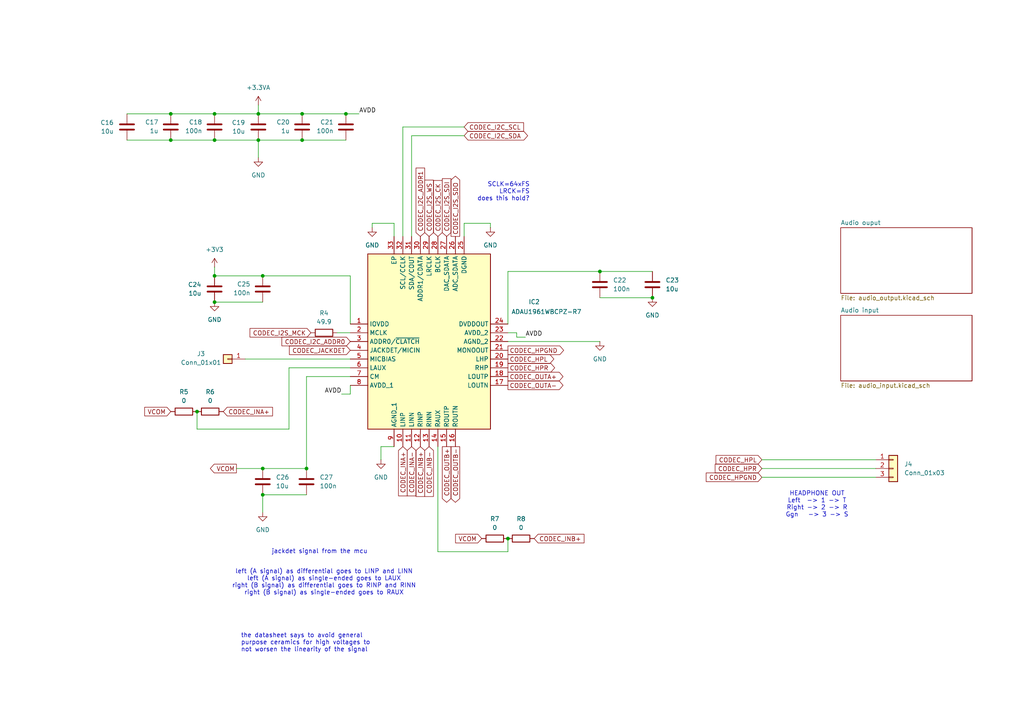
<source format=kicad_sch>
(kicad_sch (version 20250114) (generator "eeschema") (generator_version "9.0")
  (paper "A4")
  (lib_symbols
    (symbol "Connector_Generic:Conn_01x01" (pin_names (offset 1.016) (hide yes))
      (property "Reference" "J" (at 0 2.54 0))
      (property "Value" "Conn_01x01" (at 0 -2.54 0))
      (symbol "Conn_01x01_1_1"
        (rectangle (start -1.27 1.27) (end 1.27 -1.27) (stroke (width 0.254)) (fill (type background)))
        (rectangle (start -1.27 0.127) (end 0 -0.127) (stroke (width 0.1524)))
        (pin passive line (at -5.08 0 0) (length 3.81) (name "Pin_1") (number "1"))
      )
    )
    (symbol "Connector_Generic:Conn_01x03" (pin_names (offset 1.016) (hide yes))
      (property "Reference" "J" (at 0 5.08 0))
      (property "Value" "Conn_01x03" (at 0 -5.08 0))
      (symbol "Conn_01x03_1_1"
        (rectangle (start -1.27 3.81) (end 1.27 -3.81) (stroke (width 0.254)) (fill (type background)))
        (rectangle (start -1.27 2.667) (end 0 2.413) (stroke (width 0.1524)))
        (rectangle (start -1.27 0.127) (end 0 -0.127) (stroke (width 0.1524)))
        (rectangle (start -1.27 -2.413) (end 0 -2.667) (stroke (width 0.1524)))
        (pin passive line (at -5.08 2.54 0) (length 3.81) (name "Pin_1") (number "1"))
        (pin passive line (at -5.08 0 0) (length 3.81) (name "Pin_2") (number "2"))
        (pin passive line (at -5.08 -2.54 0) (length 3.81) (name "Pin_3") (number "3"))
      )
    )
    (symbol "Device:C" (pin_numbers (hide yes)) (pin_names (offset 0.254))
      (property "Reference" "C" (at 0.635 2.54 0))
      (property "Value" "C" (at 0.635 -2.54 0))
      (symbol "C_0_1"
        (polyline (pts (xy -2.032 0.762) (xy 2.032 0.762)) (stroke (width 0.508)))
        (polyline (pts (xy -2.032 -0.762) (xy 2.032 -0.762)) (stroke (width 0.508)))
      )
      (symbol "C_1_1"
        (pin passive line (at 0 3.81 270) (length 2.794) (name "~") (number "1"))
        (pin passive line (at 0 -3.81 90) (length 2.794) (name "~") (number "2"))
      )
    )
    (symbol "Device:R" (pin_numbers (hide yes)) (pin_names (offset 0))
      (property "Reference" "R" (at 2.032 0 90))
      (property "Value" "R" (at 0 0 90))
      (symbol "R_0_1"
        (rectangle (start -1.016 -2.54) (end 1.016 2.54) (stroke (width 0.254)))
      )
      (symbol "R_1_1"
        (pin passive line (at 0 3.81 270) (length 1.27) (name "~") (number "1"))
        (pin passive line (at 0 -3.81 90) (length 1.27) (name "~") (number "2"))
      )
    )
    (symbol "GND_1" (power) (pin_numbers (hide yes)) (pin_names (offset 0) (hide yes))
      (property "Value" "GND" (at 0 -3.81 0))
      (symbol "GND_1_0_1"
        (polyline (pts (xy 0 0) (xy 0 -1.27) (xy 1.27 -1.27) (xy 0 -2.54) (xy -1.27 -1.27) (xy 0 -1.27)))
      )
      (symbol "GND_1_1_1"
        (pin power_in line (at 0 0 270) (length 0) (name "~") (number "1"))
      )
    )
    (symbol "library:ADAU1961WBCPZ-R7"
      (property "Reference" "IC" (at 41.91 25.4 0))
      (property "Value" "ADAU1961WBCPZ-R7" (at 41.91 22.86 0))
      (symbol "ADAU1961WBCPZ-R7_1_1"
        (rectangle (start 5.08 20.32) (end 40.64 -30.48) (stroke (width 0.254)) (fill (type background)))
        (pin passive line (at 0 0 0) (length 5.08) (name "IOVDD") (number "1"))
        (pin passive line (at 0 -2.54 0) (length 5.08) (name "MCLK") (number "2"))
        (pin passive line (at 0 -5.08 0) (length 5.08) (name "ADDR0/~{CLATCH}") (number "3"))
        (pin passive line (at 0 -7.62 0) (length 5.08) (name "JACKDET/MICIN") (number "4"))
        (pin passive line (at 0 -10.16 0) (length 5.08) (name "MICBIAS") (number "5"))
        (pin passive line (at 0 -12.7 0) (length 5.08) (name "LAUX") (number "6"))
        (pin passive line (at 0 -15.24 0) (length 5.08) (name "CM") (number "7"))
        (pin passive line (at 0 -17.78 0) (length 5.08) (name "AVDD_1") (number "8"))
        (pin passive line (at 12.7 25.4 270) (length 5.08) (name "EP") (number "33"))
        (pin passive line (at 12.7 -35.56 90) (length 5.08) (name "AGND_1") (number "9"))
        (pin passive line (at 15.24 25.4 270) (length 5.08) (name "SCL/CCLK") (number "32"))
        (pin passive line (at 15.24 -35.56 90) (length 5.08) (name "LINP") (number "10"))
        (pin passive line (at 17.78 25.4 270) (length 5.08) (name "SDA/COUT") (number "31"))
        (pin passive line (at 17.78 -35.56 90) (length 5.08) (name "LINN") (number "11"))
        (pin passive line (at 20.32 25.4 270) (length 5.08) (name "ADDR1/CDATA") (number "30"))
        (pin passive line (at 20.32 -35.56 90) (length 5.08) (name "RINP") (number "12"))
        (pin passive line (at 22.86 25.4 270) (length 5.08) (name "LRCLK") (number "29"))
        (pin passive line (at 22.86 -35.56 90) (length 5.08) (name "RINN") (number "13"))
        (pin passive line (at 25.4 25.4 270) (length 5.08) (name "BCLK") (number "28"))
        (pin passive line (at 25.4 -35.56 90) (length 5.08) (name "RAUX") (number "14"))
        (pin passive line (at 27.94 25.4 270) (length 5.08) (name "DAC_SDATA") (number "27"))
        (pin passive line (at 27.94 -35.56 90) (length 5.08) (name "ROUTP") (number "15"))
        (pin passive line (at 30.48 25.4 270) (length 5.08) (name "ADC_SDATA") (number "26"))
        (pin passive line (at 30.48 -35.56 90) (length 5.08) (name "ROUTN") (number "16"))
        (pin passive line (at 33.02 25.4 270) (length 5.08) (name "DGND") (number "25"))
        (pin passive line (at 45.72 0 180) (length 5.08) (name "DVDDOUT") (number "24"))
        (pin passive line (at 45.72 -2.54 180) (length 5.08) (name "AVDD_2") (number "23"))
        (pin passive line (at 45.72 -5.08 180) (length 5.08) (name "AGND_2") (number "22"))
        (pin passive line (at 45.72 -7.62 180) (length 5.08) (name "MONOOUT") (number "21"))
        (pin passive line (at 45.72 -10.16 180) (length 5.08) (name "LHP") (number "20"))
        (pin passive line (at 45.72 -12.7 180) (length 5.08) (name "RHP") (number "19"))
        (pin passive line (at 45.72 -15.24 180) (length 5.08) (name "LOUTP") (number "18"))
        (pin passive line (at 45.72 -17.78 180) (length 5.08) (name "LOUTN") (number "17"))
      )
    )
    (symbol "power:+3.3VA" (power) (pin_numbers (hide yes)) (pin_names (offset 0) (hide yes))
      (property "Value" "+3.3VA" (at 0 3.556 0))
      (symbol "+3.3VA_0_1"
        (polyline (pts (xy -0.762 1.27) (xy 0 2.54)))
        (polyline (pts (xy 0 2.54) (xy 0.762 1.27)))
        (polyline (pts (xy 0 0) (xy 0 2.54)))
      )
      (symbol "+3.3VA_1_1"
        (pin power_in line (at 0 0 90) (length 0) (name "~") (number "1"))
      )
    )
    (symbol "power:+3V3" (power) (pin_numbers (hide yes)) (pin_names (offset 0) (hide yes))
      (property "Value" "+3V3" (at 0 3.556 0))
      (symbol "+3V3_0_1"
        (polyline (pts (xy -0.762 1.27) (xy 0 2.54)))
        (polyline (pts (xy 0 2.54) (xy 0.762 1.27)))
        (polyline (pts (xy 0 0) (xy 0 2.54)))
      )
      (symbol "+3V3_1_1"
        (pin power_in line (at 0 0 90) (length 0) (name "~") (number "1"))
      )
    )
  )
  (text "jackdet signal from the mcu\n" (at 92.71 160.02 0) (effects (font (size 1.27 1.27))))
  (text "SCLK=64xFS\nLRCK=FS\ndoes this hold?" (at 153.67 58.42 0) (effects (font (size 1.27 1.27)) (justify right bottom)))
  (text "HEADPHONE OUT\nLeft  -> 1 -> T\nRight -> 2 -> R\nGgn   -> 3 -> S" (at 236.982 146.304 0) (effects (font (size 1.27 1.27))))
  (text "left (A signal) as differential goes to LINP and LINN\nleft (A signal) as single-ended goes to LAUX\nright (B signal) as differential goes to RINP and RINN\nright (B signal) as single-ended goes to RAUX" (at 93.98 168.91 0) (effects (font (size 1.27 1.27))))
  (text "the datasheet says to avoid general\npurpose ceramics for high voltages to\nnot worsen the linearity of the signal" (at 69.85 189.23 0) (effects (font (size 1.27 1.27)) (justify left bottom)))
  (junction (at 87.63 40.64))
  (junction (at 88.9 135.89))
  (junction (at 147.32 156.21))
  (junction (at 74.93 33.02))
  (junction (at 57.15 119.38))
  (junction (at 62.23 33.02))
  (junction (at 100.33 33.02))
  (junction (at 76.2 143.51))
  (junction (at 62.23 40.64))
  (junction (at 62.23 80.01))
  (junction (at 74.93 40.64))
  (junction (at 76.2 135.89))
  (junction (at 189.23 86.36))
  (junction (at 87.63 33.02))
  (junction (at 49.53 40.64))
  (junction (at 76.2 80.01))
  (junction (at 49.53 33.02))
  (junction (at 62.23 87.63))
  (junction (at 173.99 78.74))
  (wire (pts (xy 173.99 78.74) (xy 189.23 78.74)))
  (wire (pts (xy 119.38 39.37) (xy 119.38 68.58)))
  (wire (pts (xy 76.2 143.51) (xy 88.9 143.51)))
  (wire (pts (xy 76.2 80.01) (xy 101.6 80.01)))
  (wire (pts (xy 57.15 124.46) (xy 83.82 124.46)))
  (wire (pts (xy 114.3 64.77) (xy 107.95 64.77)))
  (wire (pts (xy 62.23 77.47) (xy 62.23 80.01)))
  (wire (pts (xy 74.93 40.64) (xy 87.63 40.64)))
  (wire (pts (xy 99.06 114.3) (xy 101.6 114.3)))
  (wire (pts (xy 134.62 64.77) (xy 142.24 64.77)))
  (wire (pts (xy 62.23 80.01) (xy 76.2 80.01)))
  (wire (pts (xy 97.79 96.52) (xy 101.6 96.52)))
  (wire (pts (xy 76.2 135.89) (xy 88.9 135.89)))
  (wire (pts (xy 101.6 114.3) (xy 101.6 111.76)))
  (wire (pts (xy 100.33 33.02) (xy 104.14 33.02)))
  (wire (pts (xy 142.24 64.77) (xy 142.24 66.04)))
  (wire (pts (xy 88.9 109.22) (xy 101.6 109.22)))
  (wire (pts (xy 74.93 33.02) (xy 87.63 33.02)))
  (wire (pts (xy 220.98 135.89) (xy 254 135.89)))
  (wire (pts (xy 114.3 129.54) (xy 110.49 129.54)))
  (wire (pts (xy 49.53 33.02) (xy 62.23 33.02)))
  (wire (pts (xy 220.98 138.43) (xy 254 138.43)))
  (wire (pts (xy 71.12 104.14) (xy 101.6 104.14)))
  (wire (pts (xy 147.32 99.06) (xy 173.99 99.06)))
  (wire (pts (xy 134.62 36.83) (xy 116.84 36.83)))
  (wire (pts (xy 134.62 68.58) (xy 134.62 64.77)))
  (wire (pts (xy 87.63 33.02) (xy 100.33 33.02)))
  (wire (pts (xy 49.53 40.64) (xy 62.23 40.64)))
  (wire (pts (xy 147.32 156.21) (xy 147.32 160.02)))
  (wire (pts (xy 152.4 97.79) (xy 149.86 97.79)))
  (wire (pts (xy 119.38 39.37) (xy 134.62 39.37)))
  (wire (pts (xy 149.86 96.52) (xy 147.32 96.52)))
  (wire (pts (xy 173.99 86.36) (xy 189.23 86.36)))
  (wire (pts (xy 83.82 106.68) (xy 101.6 106.68)))
  (wire (pts (xy 149.86 97.79) (xy 149.86 96.52)))
  (wire (pts (xy 110.49 129.54) (xy 110.49 133.35)))
  (wire (pts (xy 74.93 30.48) (xy 74.93 33.02)))
  (wire (pts (xy 62.23 33.02) (xy 74.93 33.02)))
  (wire (pts (xy 62.23 40.64) (xy 74.93 40.64)))
  (wire (pts (xy 116.84 36.83) (xy 116.84 68.58)))
  (wire (pts (xy 147.32 78.74) (xy 147.32 93.98)))
  (wire (pts (xy 62.23 87.63) (xy 76.2 87.63)))
  (wire (pts (xy 68.58 135.89) (xy 76.2 135.89)))
  (wire (pts (xy 220.98 133.35) (xy 254 133.35)))
  (wire (pts (xy 74.93 45.72) (xy 74.93 40.64)))
  (wire (pts (xy 127 160.02) (xy 147.32 160.02)))
  (wire (pts (xy 36.83 33.02) (xy 49.53 33.02)))
  (wire (pts (xy 101.6 80.01) (xy 101.6 93.98)))
  (wire (pts (xy 57.15 119.38) (xy 57.15 124.46)))
  (wire (pts (xy 87.63 40.64) (xy 100.33 40.64)))
  (wire (pts (xy 107.95 64.77) (xy 107.95 66.04)))
  (wire (pts (xy 147.32 78.74) (xy 173.99 78.74)))
  (wire (pts (xy 36.83 40.64) (xy 49.53 40.64)))
  (wire (pts (xy 114.3 68.58) (xy 114.3 64.77)))
  (wire (pts (xy 88.9 109.22) (xy 88.9 135.89)))
  (wire (pts (xy 83.82 124.46) (xy 83.82 106.68)))
  (wire (pts (xy 127 129.54) (xy 127 160.02)))
  (wire (pts (xy 76.2 148.59) (xy 76.2 143.51)))
  (label "AVDD" (at 152.4 97.79 0))
  (label "AVDD" (at 104.14 33.02 0))
  (label "AVDD" (at 99.06 114.3 180))
  (global_label "CODEC_I2S_SDI" (shape input) (at 129.54 68.58 90) (property "Intersheetrefs" "${INTERSHEET_REFS}" (effects (hide yes))))
  (global_label "CODEC_I2C_ADDR0" (shape input) (at 101.6 99.06 180) (property "Intersheetrefs" "${INTERSHEET_REFS}" (effects (hide yes))))
  (global_label "CODEC_JACKDET" (shape input) (at 101.6 101.6 180) (property "Intersheetrefs" "${INTERSHEET_REFS}" (effects (hide yes))))
  (global_label "CODEC_HPGND" (shape input) (at 220.98 138.43 180) (property "Intersheetrefs" "${INTERSHEET_REFS}" (effects (hide yes))))
  (global_label "CODEC_I2S_WS" (shape input) (at 124.46 68.58 90) (property "Intersheetrefs" "${INTERSHEET_REFS}" (effects (hide yes))))
  (global_label "CODEC_OUTB-" (shape output) (at 132.08 129.54 270) (property "Intersheetrefs" "${INTERSHEET_REFS}" (effects (hide yes))))
  (global_label "CODEC_HPR" (shape output) (at 147.32 106.68 0) (property "Intersheetrefs" "${INTERSHEET_REFS}" (effects (hide yes))))
  (global_label "VCOM" (shape input) (at 139.7 156.21 180) (property "Intersheetrefs" "${INTERSHEET_REFS}" (effects (hide yes))))
  (global_label "CODEC_INB-" (shape input) (at 124.46 129.54 270) (property "Intersheetrefs" "${INTERSHEET_REFS}" (effects (hide yes))))
  (global_label "CODEC_HPGND" (shape output) (at 147.32 101.6 0) (property "Intersheetrefs" "${INTERSHEET_REFS}" (effects (hide yes))))
  (global_label "CODEC_I2C_SDA" (shape bidirectional) (at 134.62 39.37 0) (property "Intersheetrefs" "${INTERSHEET_REFS}" (effects (hide yes))))
  (global_label "CODEC_INB+" (shape input) (at 121.92 129.54 270) (property "Intersheetrefs" "${INTERSHEET_REFS}" (effects (hide yes))))
  (global_label "CODEC_INB+" (shape input) (at 154.94 156.21 0) (property "Intersheetrefs" "${INTERSHEET_REFS}" (effects (hide yes))))
  (global_label "CODEC_INA+" (shape input) (at 64.77 119.38 0) (property "Intersheetrefs" "${INTERSHEET_REFS}" (effects (hide yes))))
  (global_label "CODEC_OUTA-" (shape output) (at 147.32 111.76 0) (property "Intersheetrefs" "${INTERSHEET_REFS}" (effects (hide yes))))
  (global_label "CODEC_I2C_SCL" (shape input) (at 134.62 36.83 0) (property "Intersheetrefs" "${INTERSHEET_REFS}" (effects (hide yes))))
  (global_label "CODEC_I2S_MCK" (shape input) (at 90.17 96.52 180) (property "Intersheetrefs" "${INTERSHEET_REFS}" (effects (hide yes))))
  (global_label "CODEC_HPL" (shape output) (at 147.32 104.14 0) (property "Intersheetrefs" "${INTERSHEET_REFS}" (effects (hide yes))))
  (global_label "VCOM" (shape input) (at 49.53 119.38 180) (property "Intersheetrefs" "${INTERSHEET_REFS}" (effects (hide yes))))
  (global_label "CODEC_HPL" (shape input) (at 220.98 133.35 180) (property "Intersheetrefs" "${INTERSHEET_REFS}" (effects (hide yes))))
  (global_label "CODEC_INA-" (shape input) (at 119.38 129.54 270) (property "Intersheetrefs" "${INTERSHEET_REFS}" (effects (hide yes))))
  (global_label "CODEC_I2S_CK" (shape input) (at 127 68.58 90) (property "Intersheetrefs" "${INTERSHEET_REFS}" (effects (hide yes))))
  (global_label "CODEC_I2C_ADDR1" (shape input) (at 121.92 68.58 90) (property "Intersheetrefs" "${INTERSHEET_REFS}" (effects (hide yes))))
  (global_label "CODEC_HPR" (shape input) (at 220.98 135.89 180) (property "Intersheetrefs" "${INTERSHEET_REFS}" (effects (hide yes))))
  (global_label "CODEC_OUTB+" (shape output) (at 129.54 129.54 270) (property "Intersheetrefs" "${INTERSHEET_REFS}" (effects (hide yes))))
  (global_label "VCOM" (shape output) (at 68.58 135.89 180) (property "Intersheetrefs" "${INTERSHEET_REFS}" (effects (hide yes))))
  (global_label "CODEC_OUTA+" (shape output) (at 147.32 109.22 0) (property "Intersheetrefs" "${INTERSHEET_REFS}" (effects (hide yes))))
  (global_label "CODEC_INA+" (shape input) (at 116.84 129.54 270) (property "Intersheetrefs" "${INTERSHEET_REFS}" (effects (hide yes))))
  (global_label "CODEC_I2S_SDO" (shape output) (at 132.08 68.58 90) (property "Intersheetrefs" "${INTERSHEET_REFS}" (effects (hide yes))))
  (symbol (lib_id "power:+3V3") (at 62.23 77.47 0) (unit 1)
    (property "Reference" "#PWR027" (effects (hide yes)))
    (property "Value" "+3V3" (at 62.23 72.39 0))
    (property "Description" "Power symbol creates a global label with name \"+3V3\"" (effects (hide yes)))
  )
  (symbol (lib_id "Device:C") (at 76.2 83.82 0) (mirror y) (unit 1)
    (property "Reference" "C25" (at 72.644 82.423 0) (effects (justify left)))
    (property "Value" "100n" (at 72.644 84.963 0) (effects (justify left)))
    (property "Footprint" "Capacitor_SMD:C_0603_1608Metric_Pad1.08x0.95mm_HandSolder" (effects (hide yes)))
  )
  (symbol (lib_name "GND_1") (lib_id "power:GND") (at 107.95 66.04 0) (unit 1)
    (property "Reference" "#PWR025" (effects (hide yes)))
    (property "Value" "GND" (at 107.95 71.12 0))
    (property "Description" "Power symbol creates a global label with name \"GND\" , ground" (effects (hide yes)))
  )
  (symbol (lib_id "Device:R") (at 53.34 119.38 90) (unit 1)
    (property "Reference" "R5" (at 53.34 113.665 90))
    (property "Value" "0" (at 53.34 116.205 90))
    (property "Footprint" "Resistor_SMD:R_0603_1608Metric_Pad0.98x0.95mm_HandSolder" (effects (hide yes)))
    (property "Description" "Resistor" (effects (hide yes)))
  )
  (symbol (lib_id "Device:R") (at 143.51 156.21 90) (unit 1)
    (property "Reference" "R7" (at 143.51 150.495 90))
    (property "Value" "0" (at 143.51 153.035 90))
    (property "Footprint" "Resistor_SMD:R_0603_1608Metric_Pad0.98x0.95mm_HandSolder" (effects (hide yes)))
    (property "Description" "Resistor" (effects (hide yes)))
  )
  (symbol (lib_name "GND_1") (lib_id "power:GND") (at 189.23 86.36 0) (unit 1)
    (property "Reference" "#PWR028" (effects (hide yes)))
    (property "Value" "GND" (at 189.23 91.44 0))
    (property "Description" "Power symbol creates a global label with name \"GND\" , ground" (effects (hide yes)))
  )
  (symbol (lib_id "Device:C") (at 62.23 83.82 0) (mirror y) (unit 1)
    (property "Reference" "C24" (at 58.42 82.55 0) (effects (justify left)))
    (property "Value" "10u" (at 58.42 85.09 0) (effects (justify left)))
    (property "Footprint" "Capacitor_SMD:C_0805_2012Metric_Pad1.18x1.45mm_HandSolder" (effects (hide yes)))
  )
  (symbol (lib_name "GND_1") (lib_id "power:GND") (at 110.49 133.35 0) (unit 1)
    (property "Reference" "#PWR031" (effects (hide yes)))
    (property "Value" "GND" (at 110.49 138.43 0))
    (property "Description" "Power symbol creates a global label with name \"GND\" , ground" (effects (hide yes)))
  )
  (symbol (lib_id "Device:R") (at 93.98 96.52 90) (unit 1)
    (property "Reference" "R4" (at 93.98 90.805 90))
    (property "Value" "49.9" (at 93.98 93.345 90))
    (property "Footprint" "Resistor_SMD:R_0603_1608Metric_Pad0.98x0.95mm_HandSolder" (effects (hide yes)))
    (property "Description" "Resistor" (effects (hide yes)))
  )
  (symbol (lib_name "GND_1") (lib_id "power:GND") (at 62.23 87.63 0) (unit 1)
    (property "Reference" "#PWR029" (effects (hide yes)))
    (property "Value" "GND" (at 62.23 92.71 0))
    (property "Description" "Power symbol creates a global label with name \"GND\" , ground" (effects (hide yes)))
  )
  (symbol (lib_id "Device:C") (at 87.63 36.83 0) (mirror y) (unit 1)
    (property "Reference" "C20" (at 84.074 35.433 0) (effects (justify left)))
    (property "Value" "1u" (at 84.074 37.973 0) (effects (justify left)))
    (property "Footprint" "Capacitor_SMD:C_0603_1608Metric_Pad1.08x0.95mm_HandSolder" (effects (hide yes)))
  )
  (symbol (lib_id "Device:C") (at 189.23 82.55 0) (unit 1)
    (property "Reference" "C23" (at 193.04 81.28 0) (effects (justify left)))
    (property "Value" "10u" (at 193.04 83.82 0) (effects (justify left)))
    (property "Footprint" "Capacitor_SMD:C_0805_2012Metric_Pad1.18x1.45mm_HandSolder" (effects (hide yes)))
  )
  (symbol (lib_id "Device:C") (at 76.2 139.7 0) (unit 1)
    (property "Reference" "C26" (at 80.01 138.43 0) (effects (justify left)))
    (property "Value" "10u" (at 80.01 140.97 0) (effects (justify left)))
    (property "Footprint" "Capacitor_SMD:C_0805_2012Metric_Pad1.18x1.45mm_HandSolder" (effects (hide yes)))
  )
  (symbol (lib_id "Device:C") (at 62.23 36.83 0) (mirror y) (unit 1)
    (property "Reference" "C18" (at 58.674 35.433 0) (effects (justify left)))
    (property "Value" "100n" (at 58.674 37.973 0) (effects (justify left)))
    (property "Footprint" "Capacitor_SMD:C_0603_1608Metric_Pad1.08x0.95mm_HandSolder" (effects (hide yes)))
  )
  (symbol (lib_id "power:+3.3VA") (at 74.93 30.48 0) (unit 1)
    (property "Reference" "#PWR023" (effects (hide yes)))
    (property "Value" "+3.3VA" (at 74.93 25.4 0))
    (property "Description" "Power symbol creates a global label with name \"+3.3VA\"" (effects (hide yes)))
  )
  (symbol (lib_id "library:ADAU1961WBCPZ-R7") (at 101.6 93.98 0) (unit 1)
    (property "Reference" "IC2" (at 154.94 87.5598 0))
    (property "Value" "ADAU1961WBCPZ-R7" (at 158.496 90.424 0))
    (property "Footprint" "library:QFN50P500X500X100-33N-D" (effects (hide yes)))
    (property "Datasheet" "https://www.arrow.com/en/products/adau1961wbcpz-r7/analog-devices" (effects (hide yes)))
    (property "Description" "General Purpose Audio Codec 2ADC / 2DAC Ch Automotive 32-Pin LFCSP EP T/R" (effects (hide yes)))
    (property "Height" "1" (effects (hide yes)))
    (property "Manufacturer_Name" "Analog Devices" (effects (hide yes)))
    (property "Manufacturer_Part_Number" "ADAU1961WBCPZ-R7" (effects (hide yes)))
    (property "Mouser Part Number" "584-ADAU1961WBCPZ-R7" (effects (hide yes)))
    (property "Mouser Price/Stock" "https://www.mouser.co.uk/ProductDetail/Analog-Devices/ADAU1961WBCPZ-R7?qs=BpaRKvA4VqGGUrBv6YQW5w%3D%3D" (effects (hide yes)))
    (property "Arrow Part Number" "ADAU1961WBCPZ-R7" (effects (hide yes)))
    (property "Arrow Price/Stock" "https://www.arrow.com/en/products/adau1961wbcpz-r7/analog-devices" (effects (hide yes)))
  )
  (symbol (lib_name "GND_1") (lib_id "power:GND") (at 76.2 148.59 0) (unit 1)
    (property "Reference" "#PWR032" (effects (hide yes)))
    (property "Value" "GND" (at 76.2 153.67 0))
    (property "Description" "Power symbol creates a global label with name \"GND\" , ground" (effects (hide yes)))
  )
  (symbol (lib_id "Connector_Generic:Conn_01x03") (at 259.08 135.89 0) (unit 1)
    (property "Reference" "J4" (at 262.255 134.6199 0) (effects (justify left)))
    (property "Value" "Conn_01x03" (at 262.255 137.1599 0) (effects (justify left)))
    (property "Footprint" "Connector_JST:JST_PH_B3B-PH-K_1x03_P2.00mm_Vertical" (effects (hide yes)))
    (property "Description" "Generic connector, single row, 01x03, script generated (kicad-library-utils/schlib/autogen/connector/)" (effects (hide yes)))
  )
  (symbol (lib_id "Device:R") (at 151.13 156.21 90) (unit 1)
    (property "Reference" "R8" (at 151.13 150.495 90))
    (property "Value" "0" (at 151.13 153.035 90))
    (property "Footprint" "Resistor_SMD:R_0603_1608Metric_Pad0.98x0.95mm_HandSolder" (effects (hide yes)))
    (property "Description" "Resistor" (effects (hide yes)))
  )
  (symbol (lib_id "Device:R") (at 60.96 119.38 90) (unit 1)
    (property "Reference" "R6" (at 60.96 113.665 90))
    (property "Value" "0" (at 60.96 116.205 90))
    (property "Footprint" "Resistor_SMD:R_0603_1608Metric_Pad0.98x0.95mm_HandSolder" (effects (hide yes)))
    (property "Description" "Resistor" (effects (hide yes)))
  )
  (symbol (lib_id "Device:C") (at 88.9 139.7 0) (unit 1)
    (property "Reference" "C27" (at 92.71 138.43 0) (effects (justify left)))
    (property "Value" "100n" (at 92.71 140.97 0) (effects (justify left)))
    (property "Footprint" "Capacitor_SMD:C_0603_1608Metric_Pad1.08x0.95mm_HandSolder" (effects (hide yes)))
  )
  (symbol (lib_name "GND_1") (lib_id "power:GND") (at 74.93 45.72 0) (unit 1)
    (property "Reference" "#PWR024" (effects (hide yes)))
    (property "Value" "GND" (at 74.93 50.8 0))
    (property "Description" "Power symbol creates a global label with name \"GND\" , ground" (effects (hide yes)))
  )
  (symbol (lib_id "Device:C") (at 100.33 36.83 0) (mirror y) (unit 1)
    (property "Reference" "C21" (at 96.774 35.433 0) (effects (justify left)))
    (property "Value" "100n" (at 96.774 37.973 0) (effects (justify left)))
    (property "Footprint" "Capacitor_SMD:C_0603_1608Metric_Pad1.08x0.95mm_HandSolder" (effects (hide yes)))
  )
  (symbol (lib_id "Device:C") (at 74.93 36.83 0) (mirror y) (unit 1)
    (property "Reference" "C19" (at 71.12 35.56 0) (effects (justify left)))
    (property "Value" "10u" (at 71.12 38.1 0) (effects (justify left)))
    (property "Footprint" "Capacitor_SMD:C_0805_2012Metric_Pad1.18x1.45mm_HandSolder" (effects (hide yes)))
  )
  (symbol (lib_id "Connector_Generic:Conn_01x01") (at 66.04 104.14 180) (unit 1)
    (property "Reference" "J3" (at 58.293 102.616 0))
    (property "Value" "Conn_01x01" (at 58.293 105.156 0))
    (property "Footprint" "Connector_PinHeader_2.54mm:PinHeader_1x01_P2.54mm_Vertical" (effects (hide yes)))
    (property "Description" "Generic connector, single row, 01x01, script generated (kicad-library-utils/schlib/autogen/connector/)" (effects (hide yes)))
  )
  (symbol (lib_id "Device:C") (at 36.83 36.83 0) (mirror y) (unit 1)
    (property "Reference" "C16" (at 33.02 35.56 0) (effects (justify left)))
    (property "Value" "10u" (at 33.02 38.1 0) (effects (justify left)))
    (property "Footprint" "Capacitor_SMD:C_0805_2012Metric_Pad1.18x1.45mm_HandSolder" (effects (hide yes)))
  )
  (symbol (lib_id "Device:C") (at 173.99 82.55 0) (unit 1)
    (property "Reference" "C22" (at 177.8 81.28 0) (effects (justify left)))
    (property "Value" "100n" (at 177.8 83.82 0) (effects (justify left)))
    (property "Footprint" "Capacitor_SMD:C_0603_1608Metric_Pad1.08x0.95mm_HandSolder" (effects (hide yes)))
  )
  (symbol (lib_name "GND_1") (lib_id "power:GND") (at 142.24 66.04 0) (unit 1)
    (property "Reference" "#PWR026" (effects (hide yes)))
    (property "Value" "GND" (at 142.24 71.12 0))
    (property "Description" "Power symbol creates a global label with name \"GND\" , ground" (effects (hide yes)))
  )
  (symbol (lib_id "Device:C") (at 49.53 36.83 0) (mirror y) (unit 1)
    (property "Reference" "C17" (at 45.974 35.433 0) (effects (justify left)))
    (property "Value" "1u" (at 45.974 37.973 0) (effects (justify left)))
    (property "Footprint" "Capacitor_SMD:C_0603_1608Metric_Pad1.08x0.95mm_HandSolder" (effects (hide yes)))
  )
  (symbol (lib_name "GND_1") (lib_id "power:GND") (at 173.99 99.06 0) (unit 1)
    (property "Reference" "#PWR030" (effects (hide yes)))
    (property "Value" "GND" (at 173.99 104.14 0))
    (property "Description" "Power symbol creates a global label with name \"GND\" , ground" (effects (hide yes)))
  )
  (sheet (at 243.84 66.04) (size 38.1 19.05) (stroke (width 0.1524))
    (property "Sheetname" "Audio ouput" (at 243.84 65.3284 0) (effects (justify left bottom)))
    (property "Sheetfile" "audio_output.kicad_sch" (at 243.84 85.6746 0) (effects (justify left top)))
  )
  (sheet (at 243.84 91.44) (size 38.1 19.05) (stroke (width 0.1524))
    (property "Sheetname" "Audio input" (at 243.84 90.7284 0) (effects (justify left bottom)))
    (property "Sheetfile" "audio_input.kicad_sch" (at 243.84 111.0746 0) (effects (justify left top)))
  )
)
</source>
